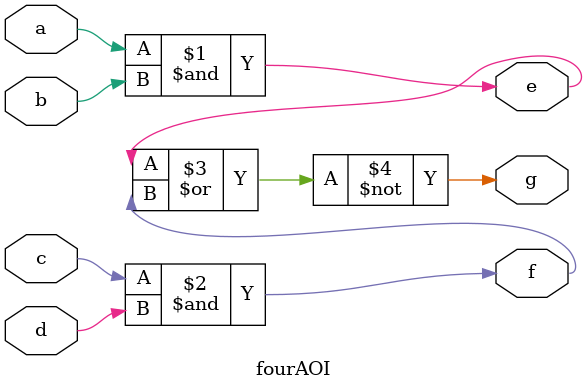
<source format=v>
`timescale 1ns / 1ps


module fourAOI(
    input a, b, c, d,
    output e, f, g
    );
    
assign e=a&b;
assign f=c&d;
assign g=~(e|f);

endmodule

</source>
